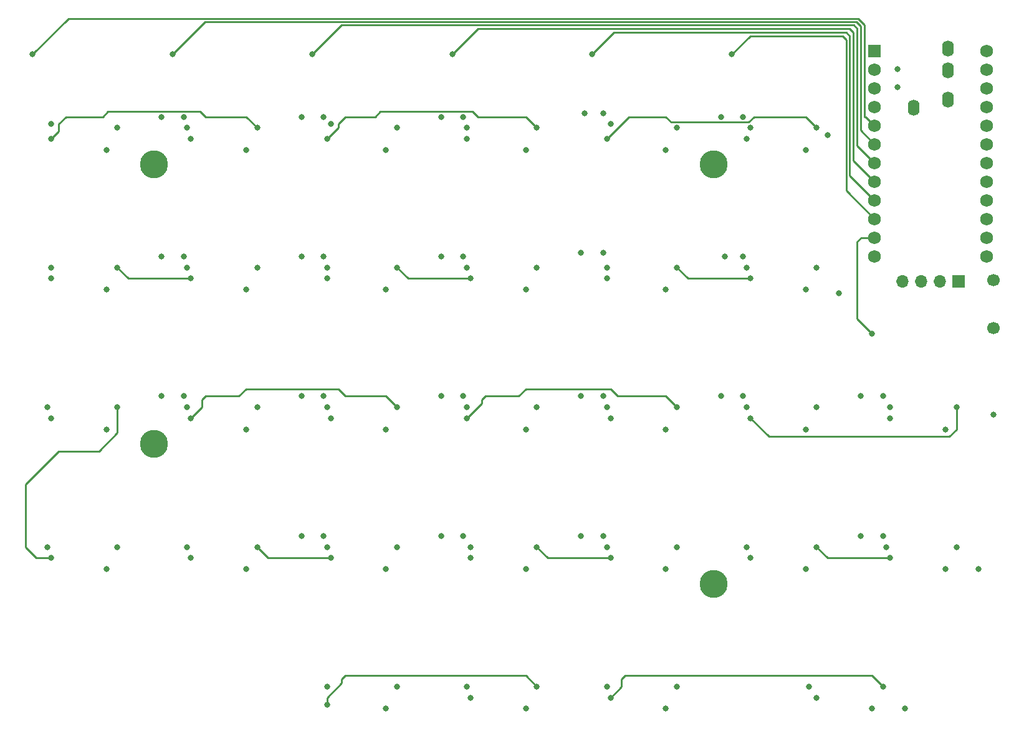
<source format=gbr>
%TF.GenerationSoftware,KiCad,Pcbnew,8.0.8*%
%TF.CreationDate,2025-01-31T06:20:13-05:00*%
%TF.ProjectId,nitsud,6e697473-7564-42e6-9b69-6361645f7063,v1.0.0*%
%TF.SameCoordinates,Original*%
%TF.FileFunction,Copper,L2,Inr*%
%TF.FilePolarity,Positive*%
%FSLAX46Y46*%
G04 Gerber Fmt 4.6, Leading zero omitted, Abs format (unit mm)*
G04 Created by KiCad (PCBNEW 8.0.8) date 2025-01-31 06:20:13*
%MOMM*%
%LPD*%
G01*
G04 APERTURE LIST*
%TA.AperFunction,ComponentPad*%
%ADD10R,1.752600X1.752600*%
%TD*%
%TA.AperFunction,ComponentPad*%
%ADD11C,1.752600*%
%TD*%
%TA.AperFunction,ComponentPad*%
%ADD12O,1.600000X2.200000*%
%TD*%
%TA.AperFunction,ComponentPad*%
%ADD13C,1.700000*%
%TD*%
%TA.AperFunction,ComponentPad*%
%ADD14C,3.800000*%
%TD*%
%TA.AperFunction,ComponentPad*%
%ADD15R,1.700000X1.700000*%
%TD*%
%TA.AperFunction,ComponentPad*%
%ADD16O,1.700000X1.700000*%
%TD*%
%TA.AperFunction,ViaPad*%
%ADD17C,0.800000*%
%TD*%
%TA.AperFunction,Conductor*%
%ADD18C,0.250000*%
%TD*%
G04 APERTURE END LIST*
D10*
%TO.N,RAW*%
%TO.C,MCU1*%
X257380000Y-87030000D03*
D11*
%TO.N,GND*%
X257380000Y-89570000D03*
%TO.N,RST*%
X257380000Y-92110000D03*
%TO.N,VCC*%
X257380000Y-94650000D03*
%TO.N,P21*%
X257380000Y-97190000D03*
%TO.N,P20*%
X257380000Y-99730000D03*
%TO.N,P19*%
X257380000Y-102270000D03*
%TO.N,P18*%
X257380000Y-104810000D03*
%TO.N,P15*%
X257380000Y-107350000D03*
%TO.N,P14*%
X257380000Y-109890000D03*
%TO.N,P16*%
X257380000Y-112430000D03*
%TO.N,P10*%
X257380000Y-114970000D03*
%TO.N,P1*%
X272620000Y-87030000D03*
%TO.N,P0*%
X272620000Y-89570000D03*
%TO.N,GND*%
X272620000Y-92110000D03*
X272620000Y-94650000D03*
%TO.N,P2*%
X272620000Y-97190000D03*
%TO.N,P3*%
X272620000Y-99730000D03*
%TO.N,P4*%
X272620000Y-102270000D03*
%TO.N,P5*%
X272620000Y-104810000D03*
%TO.N,P6*%
X272620000Y-107350000D03*
%TO.N,P7*%
X272620000Y-109890000D03*
%TO.N,P8*%
X272620000Y-112430000D03*
%TO.N,P9*%
X272620000Y-114970000D03*
%TD*%
D12*
%TO.N,GND*%
%TO.C,TRRS1*%
X267300000Y-86700000D03*
%TO.N,P1*%
X267300000Y-89700000D03*
%TO.N,RAW*%
X267300000Y-93700000D03*
%TO.N,P0*%
X262700000Y-94800000D03*
%TD*%
D13*
%TO.N,RST*%
%TO.C,RST1*%
X273500000Y-124750000D03*
%TO.N,GND*%
X273500000Y-118250000D03*
%TD*%
D14*
%TO.N,*%
%TO.C,H2*%
X159500000Y-140500000D03*
%TD*%
D15*
%TO.N,GND*%
%TO.C,OLED1*%
X268800000Y-118400000D03*
D16*
%TO.N,VCC*%
X266260000Y-118400000D03*
%TO.N,P9*%
X263720000Y-118400000D03*
%TO.N,P8*%
X261180000Y-118400000D03*
%TD*%
D14*
%TO.N,*%
%TO.C,H4*%
X235500000Y-159500000D03*
%TD*%
%TO.N,*%
%TO.C,H1*%
X159500000Y-102500000D03*
%TD*%
%TO.N,*%
%TO.C,H3*%
X235500000Y-102500000D03*
%TD*%
D17*
%TO.N,*%
X249500000Y-154500000D03*
X173500000Y-97500000D03*
X192500000Y-116500000D03*
X249500000Y-135500000D03*
X183500000Y-137000000D03*
X183000000Y-118000000D03*
X164500000Y-118000000D03*
X154500000Y-97500000D03*
X258500000Y-173500000D03*
X183500000Y-156000000D03*
X221500000Y-175000000D03*
X211500000Y-135500000D03*
X202500000Y-156000000D03*
X268500000Y-135500000D03*
X202500000Y-175000000D03*
X145500000Y-99000000D03*
X173500000Y-135500000D03*
X154500000Y-116500000D03*
X230500000Y-116500000D03*
X145500000Y-137000000D03*
X211500000Y-154500000D03*
X192500000Y-135500000D03*
X249500000Y-97500000D03*
X211500000Y-116500000D03*
X164500000Y-99000000D03*
X202000000Y-99000000D03*
X259500000Y-156000000D03*
X202500000Y-118000000D03*
X240500000Y-137000000D03*
X145500000Y-118000000D03*
X230500000Y-135500000D03*
X249500000Y-175000000D03*
X230500000Y-97500000D03*
X230500000Y-173500000D03*
X211500000Y-173500000D03*
X211500000Y-97500000D03*
X259500000Y-137000000D03*
X202000000Y-137000000D03*
X221000000Y-118000000D03*
X183000000Y-99000000D03*
X183000000Y-176000000D03*
X192500000Y-97500000D03*
X240500000Y-118000000D03*
X164500000Y-137000000D03*
X192500000Y-154500000D03*
X230500000Y-154500000D03*
X173500000Y-154500000D03*
X221500000Y-137000000D03*
X221000000Y-99000000D03*
X221500000Y-156000000D03*
X240500000Y-156000000D03*
X192500000Y-173500000D03*
X173500000Y-116500000D03*
X145500000Y-156000000D03*
X268500000Y-154500000D03*
X164500000Y-156000000D03*
X249500000Y-116500000D03*
X154500000Y-135500000D03*
X154500000Y-154500000D03*
%TO.N,GND*%
X240500000Y-97500000D03*
X221000000Y-116500000D03*
X221000000Y-173500000D03*
X221500000Y-97000000D03*
X202000000Y-173500000D03*
X164000000Y-116500000D03*
X259500000Y-135500000D03*
X248500000Y-173500000D03*
X145000000Y-135500000D03*
X183000000Y-154500000D03*
X183500000Y-97000000D03*
X202500000Y-154500000D03*
X145000000Y-154500000D03*
X221000000Y-154500000D03*
X145500000Y-116500000D03*
X164000000Y-154500000D03*
X240000000Y-135500000D03*
X202000000Y-135500000D03*
X183000000Y-116500000D03*
X221000000Y-135500000D03*
X240000000Y-154500000D03*
X145500000Y-97000000D03*
X202000000Y-116500000D03*
X240000000Y-116500000D03*
X260500000Y-89500000D03*
X164000000Y-135500000D03*
X259000000Y-154500000D03*
X183000000Y-173500000D03*
X202000000Y-97500000D03*
X183000000Y-135500000D03*
X164000000Y-97500000D03*
%TO.N,VCC*%
X172000000Y-119500000D03*
X153000000Y-100500000D03*
X153000000Y-157500000D03*
X191000000Y-157500000D03*
X153000000Y-138500000D03*
X257000000Y-176500000D03*
X248000000Y-138500000D03*
X229000000Y-176500000D03*
X229000000Y-157500000D03*
X248000000Y-100500000D03*
X153000000Y-119500000D03*
X210000000Y-176500000D03*
X210000000Y-138500000D03*
X191000000Y-138500000D03*
X248000000Y-157500000D03*
X248000000Y-119500000D03*
X191000000Y-176500000D03*
X210000000Y-119500000D03*
X267000000Y-138500000D03*
X191000000Y-100500000D03*
X172000000Y-157500000D03*
X229000000Y-119500000D03*
X191000000Y-119500000D03*
X172000000Y-138500000D03*
X172000000Y-100500000D03*
X210000000Y-100500000D03*
X267000000Y-157500000D03*
X229000000Y-138500000D03*
X210000000Y-157500000D03*
X229000000Y-100500000D03*
%TO.N,RST*%
X260500000Y-92000000D03*
%TO.N,P21*%
X143000000Y-87500000D03*
%TO.N,P20*%
X162000000Y-87500000D03*
%TO.N,P19*%
X181000000Y-87500000D03*
%TO.N,P18*%
X200000000Y-87500000D03*
%TO.N,P15*%
X219000000Y-87500000D03*
%TO.N,P14*%
X238000000Y-87500000D03*
%TO.N,P16*%
X257000000Y-125500000D03*
%TO.N,P10*%
X240000000Y-99000000D03*
%TO.N,P2*%
X163500000Y-96000000D03*
X182500000Y-96000000D03*
X236500000Y-96000000D03*
X201500000Y-96000000D03*
X220500000Y-95500000D03*
X239500000Y-96000000D03*
X218000000Y-95500000D03*
X160500000Y-96000000D03*
X198500000Y-96000000D03*
X179500000Y-96000000D03*
X251000000Y-98500000D03*
%TO.N,P3*%
X220500000Y-114500000D03*
X237000000Y-115000000D03*
X160500000Y-115000000D03*
X179500000Y-115000000D03*
X217500000Y-114500000D03*
X198500000Y-115000000D03*
X163500000Y-115000000D03*
X182500000Y-115000000D03*
X201500000Y-115000000D03*
X252500000Y-120000000D03*
X239500000Y-115000000D03*
%TO.N,P4*%
X220500000Y-134000000D03*
X217500000Y-134000000D03*
X273500000Y-136500000D03*
X239500000Y-134000000D03*
X182500000Y-134000000D03*
X160500000Y-134000000D03*
X179500000Y-134000000D03*
X201500000Y-134000000D03*
X258500000Y-134000000D03*
X198500000Y-134000000D03*
X163500000Y-134000000D03*
X255500000Y-134000000D03*
X236500000Y-134000000D03*
%TO.N,P5*%
X179500000Y-153000000D03*
X217500000Y-153000000D03*
X182500000Y-153000000D03*
X201500000Y-153000000D03*
X258500000Y-153000000D03*
X220500000Y-153000000D03*
X271500000Y-157500000D03*
X198500000Y-153000000D03*
X255500000Y-153000000D03*
%TO.N,P6*%
X261500000Y-176500000D03*
%TD*%
D18*
%TO.N,*%
X185000000Y-173000000D02*
X183000000Y-175000000D01*
X185000000Y-172500000D02*
X185000000Y-173000000D01*
X185500000Y-172000000D02*
X185000000Y-172500000D01*
X210000000Y-172000000D02*
X185500000Y-172000000D01*
X183000000Y-175000000D02*
X183000000Y-176000000D01*
X211500000Y-173500000D02*
X210000000Y-172000000D01*
X223000000Y-172500000D02*
X223000000Y-173500000D01*
X223500000Y-172000000D02*
X223000000Y-172500000D01*
X257000000Y-172000000D02*
X223500000Y-172000000D01*
X223000000Y-173500000D02*
X221500000Y-175000000D01*
X166500000Y-134000000D02*
X166000000Y-134500000D01*
X166000000Y-135500000D02*
X164500000Y-137000000D01*
X171000000Y-134000000D02*
X166500000Y-134000000D01*
X166000000Y-134500000D02*
X166000000Y-135500000D01*
X172000000Y-133000000D02*
X171000000Y-134000000D01*
X204000000Y-134500000D02*
X204000000Y-135000000D01*
X204000000Y-135000000D02*
X202000000Y-137000000D01*
X204500000Y-134000000D02*
X204000000Y-134500000D01*
X209000000Y-134000000D02*
X204500000Y-134000000D01*
X210000000Y-133000000D02*
X209000000Y-134000000D01*
X267500000Y-139500000D02*
X243000000Y-139500000D01*
X243000000Y-139500000D02*
X240500000Y-137000000D01*
X268500000Y-138500000D02*
X267500000Y-139500000D01*
X268500000Y-135500000D02*
X268500000Y-138500000D01*
X146500000Y-98000000D02*
X145500000Y-99000000D01*
X152500000Y-96000000D02*
X147500000Y-96000000D01*
X153225000Y-95275000D02*
X152500000Y-96000000D01*
X146500000Y-97000000D02*
X146500000Y-98000000D01*
X165775000Y-95275000D02*
X153225000Y-95275000D01*
X166500000Y-96000000D02*
X165775000Y-95275000D01*
X147500000Y-96000000D02*
X146500000Y-97000000D01*
X172000000Y-96000000D02*
X166500000Y-96000000D01*
X173500000Y-97500000D02*
X172000000Y-96000000D01*
X184500000Y-97500000D02*
X183000000Y-99000000D01*
X190225000Y-95275000D02*
X189500000Y-96000000D01*
X202775000Y-95275000D02*
X190225000Y-95275000D01*
X203500000Y-96000000D02*
X202775000Y-95275000D01*
X185500000Y-96000000D02*
X184500000Y-97000000D01*
X210000000Y-96000000D02*
X203500000Y-96000000D01*
X189500000Y-96000000D02*
X185500000Y-96000000D01*
X211500000Y-97500000D02*
X210000000Y-96000000D01*
X184500000Y-97000000D02*
X184500000Y-97500000D01*
X224000000Y-96000000D02*
X221000000Y-99000000D01*
X241000000Y-96000000D02*
X240275000Y-96725000D01*
X240275000Y-96725000D02*
X229725000Y-96725000D01*
X229725000Y-96725000D02*
X229000000Y-96000000D01*
X248000000Y-96000000D02*
X241000000Y-96000000D01*
X229000000Y-96000000D02*
X224000000Y-96000000D01*
X249500000Y-97500000D02*
X248000000Y-96000000D01*
X184500000Y-133000000D02*
X172000000Y-133000000D01*
X194000000Y-118000000D02*
X202500000Y-118000000D01*
X192500000Y-116500000D02*
X194000000Y-118000000D01*
X156000000Y-118000000D02*
X164500000Y-118000000D01*
X232000000Y-118000000D02*
X240500000Y-118000000D01*
X154500000Y-135500000D02*
X154500000Y-139000000D01*
X230500000Y-116500000D02*
X232000000Y-118000000D01*
X213000000Y-156000000D02*
X221500000Y-156000000D01*
X175000000Y-156000000D02*
X183500000Y-156000000D01*
X154500000Y-139000000D02*
X152000000Y-141500000D01*
X222500000Y-134000000D02*
X221500000Y-133000000D01*
X146500000Y-141500000D02*
X142000000Y-146000000D01*
X251000000Y-156000000D02*
X259500000Y-156000000D01*
X142000000Y-146000000D02*
X142000000Y-154500000D01*
X152000000Y-141500000D02*
X146500000Y-141500000D01*
X258500000Y-173500000D02*
X257000000Y-172000000D01*
X191000000Y-134000000D02*
X185500000Y-134000000D01*
X173500000Y-154500000D02*
X175000000Y-156000000D01*
X142000000Y-154500000D02*
X143500000Y-156000000D01*
X221500000Y-133000000D02*
X210000000Y-133000000D01*
X143500000Y-156000000D02*
X145500000Y-156000000D01*
X154500000Y-116500000D02*
X156000000Y-118000000D01*
X211500000Y-154500000D02*
X213000000Y-156000000D01*
X229000000Y-134000000D02*
X222500000Y-134000000D01*
X192500000Y-135500000D02*
X191000000Y-134000000D01*
X230500000Y-135500000D02*
X229000000Y-134000000D01*
X185500000Y-134000000D02*
X184500000Y-133000000D01*
X249500000Y-154500000D02*
X251000000Y-156000000D01*
%TO.N,P21*%
X257380000Y-97190000D02*
X256190000Y-96000000D01*
X256000000Y-83500000D02*
X255118198Y-82618198D01*
X256000000Y-96000000D02*
X256000000Y-83500000D01*
X147881802Y-82618198D02*
X143000000Y-87500000D01*
X255118198Y-82618198D02*
X147881802Y-82618198D01*
X256190000Y-96000000D02*
X256000000Y-96000000D01*
%TO.N,P20*%
X255500000Y-83636396D02*
X254931802Y-83068198D01*
X255500000Y-97850000D02*
X255500000Y-83636396D01*
X257380000Y-99730000D02*
X255500000Y-97850000D01*
X166431802Y-83068198D02*
X162000000Y-87500000D01*
X254931802Y-83068198D02*
X166431802Y-83068198D01*
%TO.N,P19*%
X184981802Y-83518198D02*
X181000000Y-87500000D01*
X254518198Y-83518198D02*
X184981802Y-83518198D01*
X255000000Y-84000000D02*
X254518198Y-83518198D01*
X257380000Y-102270000D02*
X255000000Y-99890000D01*
X255000000Y-99890000D02*
X255000000Y-84000000D01*
%TO.N,P18*%
X254500000Y-84500000D02*
X254000000Y-84000000D01*
X254500000Y-101930000D02*
X254500000Y-84500000D01*
X203500000Y-84000000D02*
X200000000Y-87500000D01*
X254000000Y-84000000D02*
X203500000Y-84000000D01*
X257380000Y-104810000D02*
X254500000Y-101930000D01*
%TO.N,P15*%
X257380000Y-107350000D02*
X254000000Y-103970000D01*
X253500000Y-84500000D02*
X222000000Y-84500000D01*
X254000000Y-103970000D02*
X254000000Y-85000000D01*
X254000000Y-85000000D02*
X253500000Y-84500000D01*
X222000000Y-84500000D02*
X219000000Y-87500000D01*
%TO.N,P14*%
X240500000Y-85000000D02*
X238000000Y-87500000D01*
X253500000Y-85500000D02*
X253000000Y-85000000D01*
X257380000Y-109890000D02*
X253500000Y-106010000D01*
X253500000Y-106010000D02*
X253500000Y-85500000D01*
X253000000Y-85000000D02*
X240500000Y-85000000D01*
%TO.N,P16*%
X255570000Y-112430000D02*
X255000000Y-113000000D01*
X257380000Y-112430000D02*
X255570000Y-112430000D01*
X255000000Y-113000000D02*
X255000000Y-123500000D01*
X255000000Y-123500000D02*
X257000000Y-125500000D01*
%TD*%
M02*

</source>
